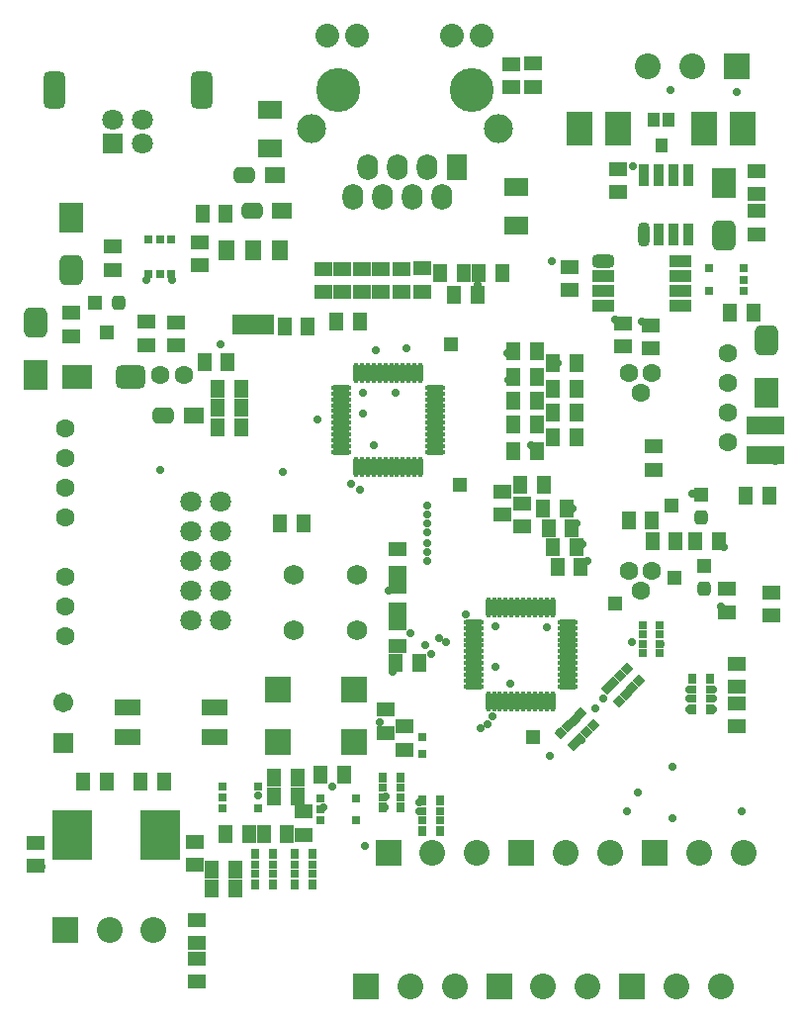
<source format=gts>
G04*
G04 #@! TF.GenerationSoftware,Altium Limited,Altium Designer,19.1.5 (86)*
G04*
G04 Layer_Color=8388736*
%FSLAX44Y44*%
%MOMM*%
G71*
G01*
G75*
%ADD51R,2.0032X2.6032*%
G04:AMPARAMS|DCode=52|XSize=2.0032mm|YSize=2.6032mm|CornerRadius=0.5516mm|HoleSize=0mm|Usage=FLASHONLY|Rotation=0.000|XOffset=0mm|YOffset=0mm|HoleType=Round|Shape=RoundedRectangle|*
%AMROUNDEDRECTD52*
21,1,2.0032,1.5000,0,0,0.0*
21,1,0.9000,2.6032,0,0,0.0*
1,1,1.1032,0.4500,-0.7500*
1,1,1.1032,-0.4500,-0.7500*
1,1,1.1032,-0.4500,0.7500*
1,1,1.1032,0.4500,0.7500*
%
%ADD52ROUNDEDRECTD52*%
%ADD53R,2.6032X2.0032*%
G04:AMPARAMS|DCode=54|XSize=2.0032mm|YSize=2.6032mm|CornerRadius=0.5516mm|HoleSize=0mm|Usage=FLASHONLY|Rotation=90.000|XOffset=0mm|YOffset=0mm|HoleType=Round|Shape=RoundedRectangle|*
%AMROUNDEDRECTD54*
21,1,2.0032,1.5000,0,0,90.0*
21,1,0.9000,2.6032,0,0,90.0*
1,1,1.1032,0.7500,0.4500*
1,1,1.1032,0.7500,-0.4500*
1,1,1.1032,-0.7500,-0.4500*
1,1,1.1032,-0.7500,0.4500*
%
%ADD54ROUNDEDRECTD54*%
%ADD55R,0.8032X0.7532*%
%ADD56R,0.8032X0.8532*%
%ADD57R,1.5032X1.2032*%
G04:AMPARAMS|DCode=58|XSize=0.8032mm|YSize=0.7532mm|CornerRadius=0mm|HoleSize=0mm|Usage=FLASHONLY|Rotation=135.000|XOffset=0mm|YOffset=0mm|HoleType=Round|Shape=Rectangle|*
%AMROTATEDRECTD58*
4,1,4,0.5503,-0.0177,0.0177,-0.5503,-0.5503,0.0177,-0.0177,0.5503,0.5503,-0.0177,0.0*
%
%ADD58ROTATEDRECTD58*%

%ADD59R,2.2032X1.4032*%
%ADD60R,1.2032X1.5032*%
%ADD61R,3.5272X1.7272*%
%ADD62R,1.4272X1.7272*%
%ADD63R,1.8032X1.4032*%
G04:AMPARAMS|DCode=64|XSize=1.8032mm|YSize=1.4032mm|CornerRadius=0.4016mm|HoleSize=0mm|Usage=FLASHONLY|Rotation=0.000|XOffset=0mm|YOffset=0mm|HoleType=Round|Shape=RoundedRectangle|*
%AMROUNDEDRECTD64*
21,1,1.8032,0.6000,0,0,0.0*
21,1,1.0000,1.4032,0,0,0.0*
1,1,0.8032,0.5000,-0.3000*
1,1,0.8032,-0.5000,-0.3000*
1,1,0.8032,-0.5000,0.3000*
1,1,0.8032,0.5000,0.3000*
%
%ADD64ROUNDEDRECTD64*%
%ADD65R,0.8032X0.8032*%
G04:AMPARAMS|DCode=66|XSize=1.2032mm|YSize=1.2032mm|CornerRadius=0.3516mm|HoleSize=0mm|Usage=FLASHONLY|Rotation=270.000|XOffset=0mm|YOffset=0mm|HoleType=Round|Shape=RoundedRectangle|*
%AMROUNDEDRECTD66*
21,1,1.2032,0.5000,0,0,270.0*
21,1,0.5000,1.2032,0,0,270.0*
1,1,0.7032,-0.2500,-0.2500*
1,1,0.7032,-0.2500,0.2500*
1,1,0.7032,0.2500,0.2500*
1,1,0.7032,0.2500,-0.2500*
%
%ADD66ROUNDEDRECTD66*%
%ADD67R,1.2032X1.2032*%
%ADD68R,2.0032X1.5032*%
%ADD69R,2.2032X2.9032*%
%ADD70R,1.0032X1.2032*%
%ADD71R,0.8032X0.8032*%
%ADD72R,3.2032X1.6032*%
%ADD73R,2.2032X2.2032*%
%ADD74R,3.4032X4.2032*%
%ADD75O,0.4532X1.7532*%
%ADD76O,1.7532X0.4532*%
%ADD77R,0.7032X0.7032*%
G04:AMPARAMS|DCode=78|XSize=1.2032mm|YSize=1.2032mm|CornerRadius=0.3516mm|HoleSize=0mm|Usage=FLASHONLY|Rotation=180.000|XOffset=0mm|YOffset=0mm|HoleType=Round|Shape=RoundedRectangle|*
%AMROUNDEDRECTD78*
21,1,1.2032,0.5000,0,0,180.0*
21,1,0.5000,1.2032,0,0,180.0*
1,1,0.7032,-0.2500,0.2500*
1,1,0.7032,0.2500,0.2500*
1,1,0.7032,0.2500,-0.2500*
1,1,0.7032,-0.2500,-0.2500*
%
%ADD78ROUNDEDRECTD78*%
%ADD79R,1.2032X1.2032*%
%ADD80R,1.9032X1.1032*%
G04:AMPARAMS|DCode=81|XSize=1.1032mm|YSize=1.9032mm|CornerRadius=0.3266mm|HoleSize=0mm|Usage=FLASHONLY|Rotation=270.000|XOffset=0mm|YOffset=0mm|HoleType=Round|Shape=RoundedRectangle|*
%AMROUNDEDRECTD81*
21,1,1.1032,1.2500,0,0,270.0*
21,1,0.4500,1.9032,0,0,270.0*
1,1,0.6532,-0.6250,-0.2250*
1,1,0.6532,-0.6250,0.2250*
1,1,0.6532,0.6250,0.2250*
1,1,0.6532,0.6250,-0.2250*
%
%ADD81ROUNDEDRECTD81*%
G04:AMPARAMS|DCode=82|XSize=0.9332mm|YSize=1.9832mm|CornerRadius=0.2841mm|HoleSize=0mm|Usage=FLASHONLY|Rotation=0.000|XOffset=0mm|YOffset=0mm|HoleType=Round|Shape=RoundedRectangle|*
%AMROUNDEDRECTD82*
21,1,0.9332,1.4150,0,0,0.0*
21,1,0.3650,1.9832,0,0,0.0*
1,1,0.5682,0.1825,-0.7075*
1,1,0.5682,-0.1825,-0.7075*
1,1,0.5682,-0.1825,0.7075*
1,1,0.5682,0.1825,0.7075*
%
%ADD82ROUNDEDRECTD82*%
%ADD83R,0.9332X1.9832*%
%ADD84C,1.6032*%
%ADD85C,2.2032*%
%ADD86O,1.7780X2.2352*%
%ADD87R,1.7780X2.2352*%
%ADD88C,2.0320*%
%ADD89C,2.4892*%
%ADD90C,1.7272*%
%ADD91C,1.7032*%
%ADD92R,1.7032X1.7032*%
G04:AMPARAMS|DCode=93|XSize=1.9032mm|YSize=3.2032mm|CornerRadius=0.5266mm|HoleSize=0mm|Usage=FLASHONLY|Rotation=180.000|XOffset=0mm|YOffset=0mm|HoleType=Round|Shape=RoundedRectangle|*
%AMROUNDEDRECTD93*
21,1,1.9032,2.1500,0,0,180.0*
21,1,0.8500,3.2032,0,0,180.0*
1,1,1.0532,-0.4250,1.0750*
1,1,1.0532,0.4250,1.0750*
1,1,1.0532,0.4250,-1.0750*
1,1,1.0532,-0.4250,-1.0750*
%
%ADD93ROUNDEDRECTD93*%
%ADD94C,1.8032*%
%ADD95R,1.8032X1.8032*%
%ADD96C,0.7032*%
%ADD97C,3.7592*%
D51*
X2227579Y1774741D02*
D03*
X1668779Y1745531D02*
D03*
X1638301Y1610359D02*
D03*
X2264410Y1595120D02*
D03*
D52*
X2227580Y1729740D02*
D03*
X1668780Y1700530D02*
D03*
X1638300Y1655360D02*
D03*
X2264409Y1640121D02*
D03*
D53*
X1674579Y1609089D02*
D03*
D54*
X1719580Y1609090D02*
D03*
D55*
X2200910Y1333610D02*
D03*
X2215660Y1341610D02*
D03*
Y1333610D02*
D03*
X2200910Y1341610D02*
D03*
X2158220Y1396490D02*
D03*
Y1388490D02*
D03*
X2172970Y1380490D02*
D03*
Y1372490D02*
D03*
Y1388490D02*
D03*
Y1396490D02*
D03*
X2158220Y1372490D02*
D03*
Y1380490D02*
D03*
X1950720Y1257300D02*
D03*
X1935970Y1249300D02*
D03*
Y1257300D02*
D03*
X1950720Y1249300D02*
D03*
X1875284Y1183651D02*
D03*
X1860534Y1191651D02*
D03*
Y1183651D02*
D03*
X1875284Y1191651D02*
D03*
X1841484Y1183541D02*
D03*
X1826734Y1191541D02*
D03*
Y1183541D02*
D03*
X1841484Y1191541D02*
D03*
X1984520Y1229360D02*
D03*
X1969770Y1237360D02*
D03*
Y1229360D02*
D03*
X1984520Y1237360D02*
D03*
D56*
X2200910Y1324610D02*
D03*
X2215660Y1350610D02*
D03*
Y1324610D02*
D03*
X2200910Y1350610D02*
D03*
X1950720Y1266300D02*
D03*
X1935970Y1240300D02*
D03*
Y1266300D02*
D03*
X1950720Y1240300D02*
D03*
X1875284Y1174651D02*
D03*
X1860534Y1200651D02*
D03*
Y1174651D02*
D03*
X1875284Y1200651D02*
D03*
X1841484Y1174541D02*
D03*
X1826734Y1200541D02*
D03*
Y1174541D02*
D03*
X1841484Y1200541D02*
D03*
X1984520Y1220360D02*
D03*
X1969770Y1246360D02*
D03*
Y1220360D02*
D03*
X1984520Y1246360D02*
D03*
D57*
X2239010Y1343660D02*
D03*
Y1363660D02*
D03*
Y1329690D02*
D03*
Y1309690D02*
D03*
X1776730Y1124270D02*
D03*
Y1144270D02*
D03*
Y1111250D02*
D03*
Y1091250D02*
D03*
X2045970Y1876740D02*
D03*
Y1856740D02*
D03*
X1668780Y1643700D02*
D03*
Y1663700D02*
D03*
X1733870Y1656080D02*
D03*
Y1636080D02*
D03*
X1704340Y1700530D02*
D03*
Y1720530D02*
D03*
X1758950Y1635760D02*
D03*
Y1655760D02*
D03*
X1779270Y1724340D02*
D03*
Y1704340D02*
D03*
X2064500Y1877060D02*
D03*
Y1857060D02*
D03*
X1884680Y1681480D02*
D03*
Y1701480D02*
D03*
X1901190D02*
D03*
Y1681480D02*
D03*
X1917700Y1701480D02*
D03*
Y1681480D02*
D03*
X1934210D02*
D03*
Y1701480D02*
D03*
X1951990Y1681480D02*
D03*
Y1701480D02*
D03*
X1969770Y1701710D02*
D03*
Y1681710D02*
D03*
X2255520Y1751010D02*
D03*
Y1731010D02*
D03*
Y1765300D02*
D03*
Y1785300D02*
D03*
X1954050Y1309850D02*
D03*
Y1289850D02*
D03*
X2167890Y1549400D02*
D03*
Y1529400D02*
D03*
X1948180Y1461450D02*
D03*
Y1441450D02*
D03*
X2055610Y1480820D02*
D03*
Y1500820D02*
D03*
X2038350Y1490980D02*
D03*
Y1510980D02*
D03*
X1774710Y1191260D02*
D03*
Y1211260D02*
D03*
X1638300Y1190310D02*
D03*
Y1210310D02*
D03*
X1948180Y1429700D02*
D03*
Y1409700D02*
D03*
Y1378270D02*
D03*
Y1398270D02*
D03*
X1938020Y1304290D02*
D03*
Y1324290D02*
D03*
X2230120Y1407480D02*
D03*
Y1427480D02*
D03*
X2095500Y1703070D02*
D03*
Y1683070D02*
D03*
X1868170Y1216980D02*
D03*
Y1236980D02*
D03*
X2268220Y1424620D02*
D03*
Y1404620D02*
D03*
X2165350Y1653220D02*
D03*
Y1633220D02*
D03*
X2141220Y1654810D02*
D03*
Y1634810D02*
D03*
X2137410Y1786890D02*
D03*
Y1766890D02*
D03*
D58*
X2133330Y1347740D02*
D03*
X2127673Y1342083D02*
D03*
X2155074Y1348624D02*
D03*
X2149417Y1342967D02*
D03*
X2138103Y1331653D02*
D03*
X2143760Y1337310D02*
D03*
X2138987Y1353397D02*
D03*
X2144644Y1359054D02*
D03*
X2094048Y1309698D02*
D03*
X2088392Y1304041D02*
D03*
X2115792Y1310582D02*
D03*
X2110135Y1304925D02*
D03*
X2098822Y1293611D02*
D03*
X2104478Y1299268D02*
D03*
X2099705Y1315355D02*
D03*
X2105362Y1321012D02*
D03*
D59*
X1717040Y1325880D02*
D03*
Y1300480D02*
D03*
X1792040Y1325880D02*
D03*
Y1300480D02*
D03*
D60*
X2266630Y1507490D02*
D03*
X2246630D02*
D03*
X1851660Y1652270D02*
D03*
X1871660D02*
D03*
X1801480Y1748790D02*
D03*
X1781480D02*
D03*
X1985010Y1697990D02*
D03*
X2005010D02*
D03*
X2232980Y1663700D02*
D03*
X2252980D02*
D03*
X2097720Y1479550D02*
D03*
X2077720D02*
D03*
X2101530Y1463040D02*
D03*
X2081530D02*
D03*
X2105340Y1446530D02*
D03*
X2085340D02*
D03*
X2092960Y1496060D02*
D03*
X2072960D02*
D03*
X2038030Y1697990D02*
D03*
X2018030D02*
D03*
X1996760Y1679460D02*
D03*
X2016760D02*
D03*
X2053910Y1516380D02*
D03*
X2073910D02*
D03*
X1847850Y1483360D02*
D03*
X1867850D02*
D03*
X1803080Y1621790D02*
D03*
X1783080D02*
D03*
X1966910Y1363980D02*
D03*
X1946910D02*
D03*
X2203770Y1468120D02*
D03*
X2223770D02*
D03*
X2166620D02*
D03*
X2186620D02*
D03*
X2146300Y1485900D02*
D03*
X2166300D02*
D03*
X1679260Y1262380D02*
D03*
X1699260D02*
D03*
X1728470D02*
D03*
X1748470D02*
D03*
X1801180Y1217930D02*
D03*
X1821180D02*
D03*
X1902460Y1268730D02*
D03*
X1882460D02*
D03*
X1862770Y1266420D02*
D03*
X1842770D02*
D03*
X1843090Y1249680D02*
D03*
X1863090D02*
D03*
X1853880Y1217930D02*
D03*
X1833880D02*
D03*
X1789706Y1187324D02*
D03*
X1809706D02*
D03*
X1789706Y1171041D02*
D03*
X1809706D02*
D03*
X1896430Y1656080D02*
D03*
X1916430D02*
D03*
X1814830Y1598930D02*
D03*
X1794830D02*
D03*
X1814830Y1582420D02*
D03*
X1794830D02*
D03*
Y1565450D02*
D03*
X1814830D02*
D03*
X2047560Y1630680D02*
D03*
X2067560D02*
D03*
X2047560Y1609090D02*
D03*
X2067560D02*
D03*
X2081530Y1620520D02*
D03*
X2101530D02*
D03*
X2047560Y1568450D02*
D03*
X2067560D02*
D03*
X2081530Y1598930D02*
D03*
X2101530D02*
D03*
X2047560Y1588770D02*
D03*
X2067560D02*
D03*
X2081530Y1578610D02*
D03*
X2101530D02*
D03*
X2081850Y1557020D02*
D03*
X2101850D02*
D03*
X2047560Y1545590D02*
D03*
X2067560D02*
D03*
D61*
X1824850Y1654040D02*
D03*
D62*
X1801850Y1717040D02*
D03*
X1847850D02*
D03*
X1824850D02*
D03*
D63*
X1849720Y1751330D02*
D03*
X1843370Y1781810D02*
D03*
X1774190Y1576070D02*
D03*
D64*
X1823720Y1751330D02*
D03*
X1817370Y1781810D02*
D03*
X1748190Y1576070D02*
D03*
D65*
X1744980Y1696720D02*
D03*
X1735480Y1726720D02*
D03*
X1754480D02*
D03*
X1744980D02*
D03*
X1754480Y1696720D02*
D03*
X1735480D02*
D03*
D66*
X1709420Y1672590D02*
D03*
D67*
X1689420D02*
D03*
X1699420Y1647090D02*
D03*
D68*
X1838960Y1804670D02*
D03*
Y1837920D02*
D03*
X2049780Y1738400D02*
D03*
Y1771650D02*
D03*
D69*
X2211070Y1821180D02*
D03*
X2244070D02*
D03*
X2137410D02*
D03*
X2104410D02*
D03*
D70*
X2167890Y1829140D02*
D03*
X2180590D02*
D03*
X2174240Y1807210D02*
D03*
D71*
X2214880Y1701750D02*
D03*
Y1682750D02*
D03*
X2244880Y1692250D02*
D03*
Y1682750D02*
D03*
Y1701750D02*
D03*
X1912620Y1229600D02*
D03*
Y1248600D02*
D03*
X1882620Y1239100D02*
D03*
Y1248600D02*
D03*
Y1229600D02*
D03*
X1828800Y1239520D02*
D03*
Y1258520D02*
D03*
X1798800Y1249020D02*
D03*
Y1258520D02*
D03*
Y1239520D02*
D03*
D72*
X2263140Y1541930D02*
D03*
Y1567180D02*
D03*
D73*
X1846350Y1341670D02*
D03*
X1911350D02*
D03*
X1846350Y1296670D02*
D03*
X1911350D02*
D03*
X2149360Y1087120D02*
D03*
X2168610Y1201370D02*
D03*
X2035360Y1087120D02*
D03*
X2054610Y1201370D02*
D03*
X1921310Y1087170D02*
D03*
X1940560Y1201420D02*
D03*
X1663800Y1135380D02*
D03*
X2239010Y1874520D02*
D03*
D74*
X1744980Y1216660D02*
D03*
X1669979Y1216659D02*
D03*
D75*
X2026090Y1331350D02*
D03*
X2031090D02*
D03*
X2036090D02*
D03*
X2041090D02*
D03*
X2046090D02*
D03*
X2051090D02*
D03*
X2056090D02*
D03*
X2061090D02*
D03*
X2066090D02*
D03*
X2071090D02*
D03*
X2076090D02*
D03*
X2081090D02*
D03*
Y1411850D02*
D03*
X2076090D02*
D03*
X2071090D02*
D03*
X2066090D02*
D03*
X2061090D02*
D03*
X2056090D02*
D03*
X2051090D02*
D03*
X2046090D02*
D03*
X2041090D02*
D03*
X2036090D02*
D03*
X2031090D02*
D03*
X2026090D02*
D03*
X1968060Y1612510D02*
D03*
X1963060D02*
D03*
X1958060D02*
D03*
X1953060D02*
D03*
X1948060D02*
D03*
X1943060D02*
D03*
X1938060D02*
D03*
X1933060D02*
D03*
X1928060D02*
D03*
X1923060D02*
D03*
X1918060D02*
D03*
X1913060D02*
D03*
Y1532010D02*
D03*
X1918060D02*
D03*
X1923060D02*
D03*
X1928060D02*
D03*
X1933060D02*
D03*
X1938060D02*
D03*
X1943060D02*
D03*
X1948060D02*
D03*
X1953060D02*
D03*
X1958060D02*
D03*
X1963060D02*
D03*
X1968060D02*
D03*
D76*
X2093840Y1344100D02*
D03*
Y1349100D02*
D03*
Y1354100D02*
D03*
Y1359100D02*
D03*
Y1364100D02*
D03*
Y1369100D02*
D03*
Y1374100D02*
D03*
Y1379100D02*
D03*
Y1384100D02*
D03*
Y1389100D02*
D03*
Y1394100D02*
D03*
Y1399100D02*
D03*
X2013340D02*
D03*
Y1394100D02*
D03*
Y1389100D02*
D03*
Y1384100D02*
D03*
Y1379100D02*
D03*
Y1374100D02*
D03*
Y1369100D02*
D03*
Y1364100D02*
D03*
Y1359100D02*
D03*
Y1354100D02*
D03*
Y1349100D02*
D03*
Y1344100D02*
D03*
X1900310Y1599760D02*
D03*
Y1594760D02*
D03*
Y1589760D02*
D03*
Y1584760D02*
D03*
Y1579760D02*
D03*
Y1574760D02*
D03*
Y1569760D02*
D03*
Y1564760D02*
D03*
Y1559760D02*
D03*
Y1554760D02*
D03*
Y1549760D02*
D03*
Y1544760D02*
D03*
X1980810D02*
D03*
Y1549760D02*
D03*
Y1554760D02*
D03*
Y1559760D02*
D03*
Y1564760D02*
D03*
Y1569760D02*
D03*
Y1574760D02*
D03*
Y1579760D02*
D03*
Y1584760D02*
D03*
Y1589760D02*
D03*
Y1594760D02*
D03*
Y1599760D02*
D03*
D77*
X1969770Y1286510D02*
D03*
Y1300510D02*
D03*
D78*
X2208630Y1488600D02*
D03*
X2211070Y1427480D02*
D03*
D79*
X2208630Y1508600D02*
D03*
X2183130Y1498600D02*
D03*
X2211070Y1447480D02*
D03*
X2185570Y1437480D02*
D03*
X2064385Y1300480D02*
D03*
X2001520Y1516380D02*
D03*
X2134870Y1414780D02*
D03*
X1993900Y1637030D02*
D03*
D80*
X2190750Y1708150D02*
D03*
Y1682750D02*
D03*
X2124710D02*
D03*
X2190750Y1695450D02*
D03*
X2124710D02*
D03*
Y1670050D02*
D03*
X2190750D02*
D03*
D81*
X2124710Y1708150D02*
D03*
D82*
X2159000Y1731010D02*
D03*
D83*
X2171700D02*
D03*
X2197100D02*
D03*
X2184400D02*
D03*
Y1781810D02*
D03*
X2197100D02*
D03*
X2171700D02*
D03*
X2159000D02*
D03*
D84*
X2166460Y1612120D02*
D03*
X2156460Y1595120D02*
D03*
X2146460Y1612120D02*
D03*
X2166460Y1443210D02*
D03*
X2156460Y1426210D02*
D03*
X2146460Y1443210D02*
D03*
X1663700Y1412240D02*
D03*
Y1386840D02*
D03*
Y1488440D02*
D03*
Y1513840D02*
D03*
Y1437640D02*
D03*
Y1539240D02*
D03*
Y1564640D02*
D03*
X1765300Y1610360D02*
D03*
X1745300D02*
D03*
X2231390Y1578610D02*
D03*
Y1553210D02*
D03*
Y1604010D02*
D03*
Y1629410D02*
D03*
D85*
X2225360Y1087120D02*
D03*
X2187360D02*
D03*
X2244610Y1201370D02*
D03*
X2206610D02*
D03*
X2111360Y1087120D02*
D03*
X2073360D02*
D03*
X2130610Y1201370D02*
D03*
X2092610D02*
D03*
X1997310Y1087170D02*
D03*
X1959310D02*
D03*
X2016560Y1201420D02*
D03*
X1978560D02*
D03*
X1701800Y1135380D02*
D03*
X1739800D02*
D03*
X2201010Y1874520D02*
D03*
X2163010D02*
D03*
D86*
X1986280Y1762760D02*
D03*
X1910080D02*
D03*
X1922780Y1788160D02*
D03*
X1935480Y1762760D02*
D03*
X1973580Y1788160D02*
D03*
X1948180D02*
D03*
X1960880Y1762760D02*
D03*
D87*
X1998980Y1788160D02*
D03*
D88*
X1995424Y1900660D02*
D03*
X1913670D02*
D03*
X1888236D02*
D03*
X2020730D02*
D03*
D89*
X1874480Y1821160D02*
D03*
X2034480D02*
D03*
D90*
X1913890Y1439920D02*
D03*
Y1391920D02*
D03*
X1859280Y1439920D02*
D03*
Y1391920D02*
D03*
D91*
X1662430Y1330400D02*
D03*
D92*
Y1295400D02*
D03*
D93*
X1780540Y1854200D02*
D03*
X1654810D02*
D03*
D94*
X1729740Y1828800D02*
D03*
X1704340D02*
D03*
X1729740Y1808480D02*
D03*
X1771650Y1451610D02*
D03*
X1797050D02*
D03*
X1771650Y1426210D02*
D03*
X1797050D02*
D03*
X1771650Y1400810D02*
D03*
X1797050D02*
D03*
Y1477010D02*
D03*
X1771650D02*
D03*
X1797050Y1502410D02*
D03*
X1771650D02*
D03*
D95*
X1704340Y1808480D02*
D03*
D96*
X2242990Y1237550D02*
D03*
X2138103Y1331653D02*
D03*
X2124710Y1333500D02*
D03*
X2117503Y1325023D02*
D03*
X1937530Y1240600D02*
D03*
X1938020Y1249680D02*
D03*
X2105806Y1297940D02*
D03*
X2148840Y1381760D02*
D03*
X2149417Y1342967D02*
D03*
X1884680Y1240790D02*
D03*
X2198370Y1324610D02*
D03*
Y1333500D02*
D03*
X2218690Y1341120D02*
D03*
Y1324610D02*
D03*
Y1333500D02*
D03*
X2198370Y1341120D02*
D03*
X1892300Y1258570D02*
D03*
X2078990Y1284586D02*
D03*
X2225040Y1412240D02*
D03*
X2242995Y1332475D02*
D03*
X2242475Y1340995D02*
D03*
X2184205Y1275080D02*
D03*
X2153920Y1253490D02*
D03*
X2158220Y1372490D02*
D03*
X2173460Y1380490D02*
D03*
X2158220Y1396490D02*
D03*
Y1380490D02*
D03*
Y1388490D02*
D03*
X2138987Y1353397D02*
D03*
X2087122Y1305311D02*
D03*
X2044700Y1346200D02*
D03*
X2133330Y1347740D02*
D03*
X2099705Y1315355D02*
D03*
X2094048Y1309698D02*
D03*
X2144644Y1359054D02*
D03*
X2019300Y1308100D02*
D03*
X2025650Y1311910D02*
D03*
X2029820Y1318260D02*
D03*
X2183940Y1231440D02*
D03*
X2145180Y1237130D02*
D03*
X2032000Y1360690D02*
D03*
X1932940Y1313180D02*
D03*
X1828800Y1250950D02*
D03*
X1836420Y1221740D02*
D03*
X1967458Y1245232D02*
D03*
X1920240Y1207770D02*
D03*
X1821180Y1214651D02*
D03*
X1875284Y1200651D02*
D03*
X1809750Y1187450D02*
D03*
X1967230Y1236980D02*
D03*
X1875284Y1183651D02*
D03*
Y1191651D02*
D03*
Y1174651D02*
D03*
X2043430Y1606550D02*
D03*
X1643380Y1189990D02*
D03*
X2080260Y1708150D02*
D03*
X2076450Y1394460D02*
D03*
X2062480Y1550670D02*
D03*
X1879600Y1572260D02*
D03*
X1989990Y1381660D02*
D03*
X1977390Y1371600D02*
D03*
X1973580Y1459230D02*
D03*
X1972310Y1379220D02*
D03*
X1983740Y1385570D02*
D03*
X1959610Y1389380D02*
D03*
X1973580Y1451610D02*
D03*
Y1466850D02*
D03*
X1946910Y1595120D02*
D03*
X1918970Y1577340D02*
D03*
Y1595120D02*
D03*
X1822330Y1778790D02*
D03*
X1823720Y1651000D02*
D03*
X2272030Y1536700D02*
D03*
X1916430Y1512570D02*
D03*
X1908810Y1517650D02*
D03*
X1850390Y1527810D02*
D03*
X2016760Y1687830D02*
D03*
X1928060Y1550570D02*
D03*
X1973580Y1490980D02*
D03*
Y1475740D02*
D03*
Y1483360D02*
D03*
Y1498600D02*
D03*
X1929800Y1631470D02*
D03*
X1955800Y1633220D02*
D03*
X2181860Y1854200D02*
D03*
X2239010Y1852620D02*
D03*
X2150110Y1789430D02*
D03*
X2200910Y1508760D02*
D03*
X2032000Y1395730D02*
D03*
X1941195Y1426210D02*
D03*
X1744980Y1529080D02*
D03*
X1755140Y1691640D02*
D03*
X1797050Y1637030D02*
D03*
X2134870Y1657670D02*
D03*
X1733550Y1691640D02*
D03*
X2006600Y1405890D02*
D03*
X1944370Y1356360D02*
D03*
X2085340Y1620520D02*
D03*
X2042160Y1629410D02*
D03*
X2157730Y1656080D02*
D03*
X2227580Y1463040D02*
D03*
X2101850Y1483360D02*
D03*
X2110740Y1451610D02*
D03*
X2106930Y1465580D02*
D03*
X2098040Y1496060D02*
D03*
D97*
X1897380Y1854200D02*
D03*
X2011680D02*
D03*
M02*

</source>
